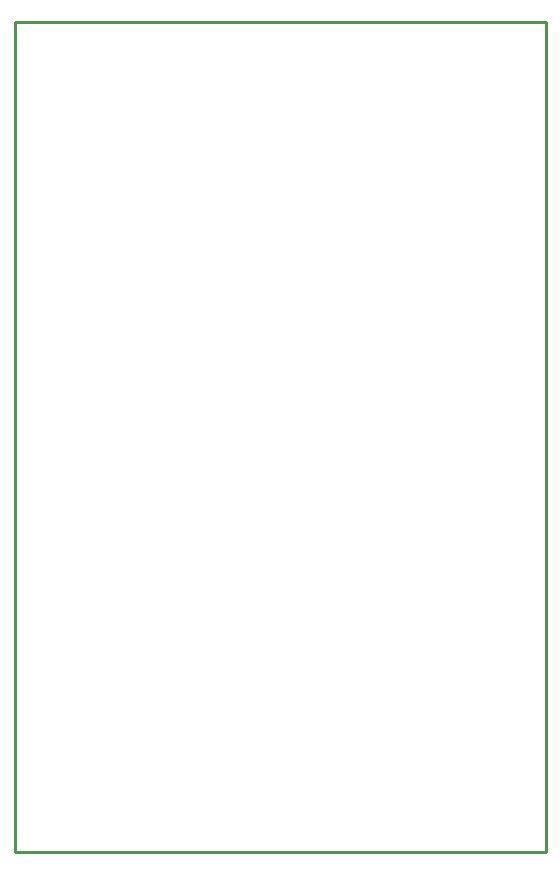
<source format=gko>
%FSTAX23Y23*%
%MOIN*%
%SFA1B1*%

%IPPOS*%
%ADD52C,0.010000*%
%LNpcb_bug-1*%
%LPD*%
G54D52*
X02302Y0508D02*
X04071D01*
Y02315*
X02302D02*
X04071D01*
X02302D02*
Y0508D01*
M02*
</source>
